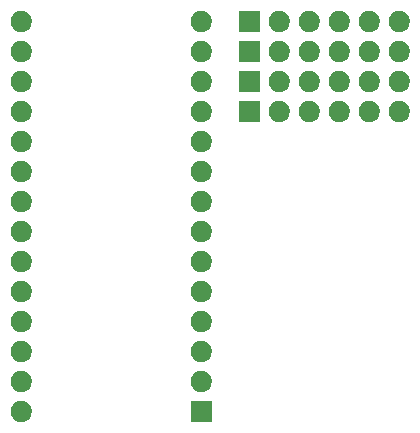
<source format=gbr>
G04 #@! TF.GenerationSoftware,KiCad,Pcbnew,(5.1.5-0-10_14)*
G04 #@! TF.CreationDate,2021-03-13T22:21:17+01:00*
G04 #@! TF.ProjectId,es_bridge,65735f62-7269-4646-9765-2e6b69636164,rev?*
G04 #@! TF.SameCoordinates,Original*
G04 #@! TF.FileFunction,Soldermask,Bot*
G04 #@! TF.FilePolarity,Negative*
%FSLAX46Y46*%
G04 Gerber Fmt 4.6, Leading zero omitted, Abs format (unit mm)*
G04 Created by KiCad (PCBNEW (5.1.5-0-10_14)) date 2021-03-13 22:21:17*
%MOMM*%
%LPD*%
G04 APERTURE LIST*
%ADD10C,0.100000*%
G04 APERTURE END LIST*
D10*
G36*
X150761000Y-105041000D02*
G01*
X148959000Y-105041000D01*
X148959000Y-103239000D01*
X150761000Y-103239000D01*
X150761000Y-105041000D01*
G37*
G36*
X134733512Y-103243927D02*
G01*
X134882812Y-103273624D01*
X135046784Y-103341544D01*
X135194354Y-103440147D01*
X135319853Y-103565646D01*
X135418456Y-103713216D01*
X135486376Y-103877188D01*
X135521000Y-104051259D01*
X135521000Y-104228741D01*
X135486376Y-104402812D01*
X135418456Y-104566784D01*
X135319853Y-104714354D01*
X135194354Y-104839853D01*
X135046784Y-104938456D01*
X134882812Y-105006376D01*
X134733512Y-105036073D01*
X134708742Y-105041000D01*
X134531258Y-105041000D01*
X134506488Y-105036073D01*
X134357188Y-105006376D01*
X134193216Y-104938456D01*
X134045646Y-104839853D01*
X133920147Y-104714354D01*
X133821544Y-104566784D01*
X133753624Y-104402812D01*
X133719000Y-104228741D01*
X133719000Y-104051259D01*
X133753624Y-103877188D01*
X133821544Y-103713216D01*
X133920147Y-103565646D01*
X134045646Y-103440147D01*
X134193216Y-103341544D01*
X134357188Y-103273624D01*
X134506488Y-103243927D01*
X134531258Y-103239000D01*
X134708742Y-103239000D01*
X134733512Y-103243927D01*
G37*
G36*
X134733512Y-100703927D02*
G01*
X134882812Y-100733624D01*
X135046784Y-100801544D01*
X135194354Y-100900147D01*
X135319853Y-101025646D01*
X135418456Y-101173216D01*
X135486376Y-101337188D01*
X135521000Y-101511259D01*
X135521000Y-101688741D01*
X135486376Y-101862812D01*
X135418456Y-102026784D01*
X135319853Y-102174354D01*
X135194354Y-102299853D01*
X135046784Y-102398456D01*
X134882812Y-102466376D01*
X134733512Y-102496073D01*
X134708742Y-102501000D01*
X134531258Y-102501000D01*
X134506488Y-102496073D01*
X134357188Y-102466376D01*
X134193216Y-102398456D01*
X134045646Y-102299853D01*
X133920147Y-102174354D01*
X133821544Y-102026784D01*
X133753624Y-101862812D01*
X133719000Y-101688741D01*
X133719000Y-101511259D01*
X133753624Y-101337188D01*
X133821544Y-101173216D01*
X133920147Y-101025646D01*
X134045646Y-100900147D01*
X134193216Y-100801544D01*
X134357188Y-100733624D01*
X134506488Y-100703927D01*
X134531258Y-100699000D01*
X134708742Y-100699000D01*
X134733512Y-100703927D01*
G37*
G36*
X149973512Y-100703927D02*
G01*
X150122812Y-100733624D01*
X150286784Y-100801544D01*
X150434354Y-100900147D01*
X150559853Y-101025646D01*
X150658456Y-101173216D01*
X150726376Y-101337188D01*
X150761000Y-101511259D01*
X150761000Y-101688741D01*
X150726376Y-101862812D01*
X150658456Y-102026784D01*
X150559853Y-102174354D01*
X150434354Y-102299853D01*
X150286784Y-102398456D01*
X150122812Y-102466376D01*
X149973512Y-102496073D01*
X149948742Y-102501000D01*
X149771258Y-102501000D01*
X149746488Y-102496073D01*
X149597188Y-102466376D01*
X149433216Y-102398456D01*
X149285646Y-102299853D01*
X149160147Y-102174354D01*
X149061544Y-102026784D01*
X148993624Y-101862812D01*
X148959000Y-101688741D01*
X148959000Y-101511259D01*
X148993624Y-101337188D01*
X149061544Y-101173216D01*
X149160147Y-101025646D01*
X149285646Y-100900147D01*
X149433216Y-100801544D01*
X149597188Y-100733624D01*
X149746488Y-100703927D01*
X149771258Y-100699000D01*
X149948742Y-100699000D01*
X149973512Y-100703927D01*
G37*
G36*
X149973512Y-98163927D02*
G01*
X150122812Y-98193624D01*
X150286784Y-98261544D01*
X150434354Y-98360147D01*
X150559853Y-98485646D01*
X150658456Y-98633216D01*
X150726376Y-98797188D01*
X150761000Y-98971259D01*
X150761000Y-99148741D01*
X150726376Y-99322812D01*
X150658456Y-99486784D01*
X150559853Y-99634354D01*
X150434354Y-99759853D01*
X150286784Y-99858456D01*
X150122812Y-99926376D01*
X149973512Y-99956073D01*
X149948742Y-99961000D01*
X149771258Y-99961000D01*
X149746488Y-99956073D01*
X149597188Y-99926376D01*
X149433216Y-99858456D01*
X149285646Y-99759853D01*
X149160147Y-99634354D01*
X149061544Y-99486784D01*
X148993624Y-99322812D01*
X148959000Y-99148741D01*
X148959000Y-98971259D01*
X148993624Y-98797188D01*
X149061544Y-98633216D01*
X149160147Y-98485646D01*
X149285646Y-98360147D01*
X149433216Y-98261544D01*
X149597188Y-98193624D01*
X149746488Y-98163927D01*
X149771258Y-98159000D01*
X149948742Y-98159000D01*
X149973512Y-98163927D01*
G37*
G36*
X134733512Y-98163927D02*
G01*
X134882812Y-98193624D01*
X135046784Y-98261544D01*
X135194354Y-98360147D01*
X135319853Y-98485646D01*
X135418456Y-98633216D01*
X135486376Y-98797188D01*
X135521000Y-98971259D01*
X135521000Y-99148741D01*
X135486376Y-99322812D01*
X135418456Y-99486784D01*
X135319853Y-99634354D01*
X135194354Y-99759853D01*
X135046784Y-99858456D01*
X134882812Y-99926376D01*
X134733512Y-99956073D01*
X134708742Y-99961000D01*
X134531258Y-99961000D01*
X134506488Y-99956073D01*
X134357188Y-99926376D01*
X134193216Y-99858456D01*
X134045646Y-99759853D01*
X133920147Y-99634354D01*
X133821544Y-99486784D01*
X133753624Y-99322812D01*
X133719000Y-99148741D01*
X133719000Y-98971259D01*
X133753624Y-98797188D01*
X133821544Y-98633216D01*
X133920147Y-98485646D01*
X134045646Y-98360147D01*
X134193216Y-98261544D01*
X134357188Y-98193624D01*
X134506488Y-98163927D01*
X134531258Y-98159000D01*
X134708742Y-98159000D01*
X134733512Y-98163927D01*
G37*
G36*
X134733512Y-95623927D02*
G01*
X134882812Y-95653624D01*
X135046784Y-95721544D01*
X135194354Y-95820147D01*
X135319853Y-95945646D01*
X135418456Y-96093216D01*
X135486376Y-96257188D01*
X135521000Y-96431259D01*
X135521000Y-96608741D01*
X135486376Y-96782812D01*
X135418456Y-96946784D01*
X135319853Y-97094354D01*
X135194354Y-97219853D01*
X135046784Y-97318456D01*
X134882812Y-97386376D01*
X134733512Y-97416073D01*
X134708742Y-97421000D01*
X134531258Y-97421000D01*
X134506488Y-97416073D01*
X134357188Y-97386376D01*
X134193216Y-97318456D01*
X134045646Y-97219853D01*
X133920147Y-97094354D01*
X133821544Y-96946784D01*
X133753624Y-96782812D01*
X133719000Y-96608741D01*
X133719000Y-96431259D01*
X133753624Y-96257188D01*
X133821544Y-96093216D01*
X133920147Y-95945646D01*
X134045646Y-95820147D01*
X134193216Y-95721544D01*
X134357188Y-95653624D01*
X134506488Y-95623927D01*
X134531258Y-95619000D01*
X134708742Y-95619000D01*
X134733512Y-95623927D01*
G37*
G36*
X149973512Y-95623927D02*
G01*
X150122812Y-95653624D01*
X150286784Y-95721544D01*
X150434354Y-95820147D01*
X150559853Y-95945646D01*
X150658456Y-96093216D01*
X150726376Y-96257188D01*
X150761000Y-96431259D01*
X150761000Y-96608741D01*
X150726376Y-96782812D01*
X150658456Y-96946784D01*
X150559853Y-97094354D01*
X150434354Y-97219853D01*
X150286784Y-97318456D01*
X150122812Y-97386376D01*
X149973512Y-97416073D01*
X149948742Y-97421000D01*
X149771258Y-97421000D01*
X149746488Y-97416073D01*
X149597188Y-97386376D01*
X149433216Y-97318456D01*
X149285646Y-97219853D01*
X149160147Y-97094354D01*
X149061544Y-96946784D01*
X148993624Y-96782812D01*
X148959000Y-96608741D01*
X148959000Y-96431259D01*
X148993624Y-96257188D01*
X149061544Y-96093216D01*
X149160147Y-95945646D01*
X149285646Y-95820147D01*
X149433216Y-95721544D01*
X149597188Y-95653624D01*
X149746488Y-95623927D01*
X149771258Y-95619000D01*
X149948742Y-95619000D01*
X149973512Y-95623927D01*
G37*
G36*
X134733512Y-93083927D02*
G01*
X134882812Y-93113624D01*
X135046784Y-93181544D01*
X135194354Y-93280147D01*
X135319853Y-93405646D01*
X135418456Y-93553216D01*
X135486376Y-93717188D01*
X135521000Y-93891259D01*
X135521000Y-94068741D01*
X135486376Y-94242812D01*
X135418456Y-94406784D01*
X135319853Y-94554354D01*
X135194354Y-94679853D01*
X135046784Y-94778456D01*
X134882812Y-94846376D01*
X134733512Y-94876073D01*
X134708742Y-94881000D01*
X134531258Y-94881000D01*
X134506488Y-94876073D01*
X134357188Y-94846376D01*
X134193216Y-94778456D01*
X134045646Y-94679853D01*
X133920147Y-94554354D01*
X133821544Y-94406784D01*
X133753624Y-94242812D01*
X133719000Y-94068741D01*
X133719000Y-93891259D01*
X133753624Y-93717188D01*
X133821544Y-93553216D01*
X133920147Y-93405646D01*
X134045646Y-93280147D01*
X134193216Y-93181544D01*
X134357188Y-93113624D01*
X134506488Y-93083927D01*
X134531258Y-93079000D01*
X134708742Y-93079000D01*
X134733512Y-93083927D01*
G37*
G36*
X149973512Y-93083927D02*
G01*
X150122812Y-93113624D01*
X150286784Y-93181544D01*
X150434354Y-93280147D01*
X150559853Y-93405646D01*
X150658456Y-93553216D01*
X150726376Y-93717188D01*
X150761000Y-93891259D01*
X150761000Y-94068741D01*
X150726376Y-94242812D01*
X150658456Y-94406784D01*
X150559853Y-94554354D01*
X150434354Y-94679853D01*
X150286784Y-94778456D01*
X150122812Y-94846376D01*
X149973512Y-94876073D01*
X149948742Y-94881000D01*
X149771258Y-94881000D01*
X149746488Y-94876073D01*
X149597188Y-94846376D01*
X149433216Y-94778456D01*
X149285646Y-94679853D01*
X149160147Y-94554354D01*
X149061544Y-94406784D01*
X148993624Y-94242812D01*
X148959000Y-94068741D01*
X148959000Y-93891259D01*
X148993624Y-93717188D01*
X149061544Y-93553216D01*
X149160147Y-93405646D01*
X149285646Y-93280147D01*
X149433216Y-93181544D01*
X149597188Y-93113624D01*
X149746488Y-93083927D01*
X149771258Y-93079000D01*
X149948742Y-93079000D01*
X149973512Y-93083927D01*
G37*
G36*
X149973512Y-90543927D02*
G01*
X150122812Y-90573624D01*
X150286784Y-90641544D01*
X150434354Y-90740147D01*
X150559853Y-90865646D01*
X150658456Y-91013216D01*
X150726376Y-91177188D01*
X150761000Y-91351259D01*
X150761000Y-91528741D01*
X150726376Y-91702812D01*
X150658456Y-91866784D01*
X150559853Y-92014354D01*
X150434354Y-92139853D01*
X150286784Y-92238456D01*
X150122812Y-92306376D01*
X149973512Y-92336073D01*
X149948742Y-92341000D01*
X149771258Y-92341000D01*
X149746488Y-92336073D01*
X149597188Y-92306376D01*
X149433216Y-92238456D01*
X149285646Y-92139853D01*
X149160147Y-92014354D01*
X149061544Y-91866784D01*
X148993624Y-91702812D01*
X148959000Y-91528741D01*
X148959000Y-91351259D01*
X148993624Y-91177188D01*
X149061544Y-91013216D01*
X149160147Y-90865646D01*
X149285646Y-90740147D01*
X149433216Y-90641544D01*
X149597188Y-90573624D01*
X149746488Y-90543927D01*
X149771258Y-90539000D01*
X149948742Y-90539000D01*
X149973512Y-90543927D01*
G37*
G36*
X134733512Y-90543927D02*
G01*
X134882812Y-90573624D01*
X135046784Y-90641544D01*
X135194354Y-90740147D01*
X135319853Y-90865646D01*
X135418456Y-91013216D01*
X135486376Y-91177188D01*
X135521000Y-91351259D01*
X135521000Y-91528741D01*
X135486376Y-91702812D01*
X135418456Y-91866784D01*
X135319853Y-92014354D01*
X135194354Y-92139853D01*
X135046784Y-92238456D01*
X134882812Y-92306376D01*
X134733512Y-92336073D01*
X134708742Y-92341000D01*
X134531258Y-92341000D01*
X134506488Y-92336073D01*
X134357188Y-92306376D01*
X134193216Y-92238456D01*
X134045646Y-92139853D01*
X133920147Y-92014354D01*
X133821544Y-91866784D01*
X133753624Y-91702812D01*
X133719000Y-91528741D01*
X133719000Y-91351259D01*
X133753624Y-91177188D01*
X133821544Y-91013216D01*
X133920147Y-90865646D01*
X134045646Y-90740147D01*
X134193216Y-90641544D01*
X134357188Y-90573624D01*
X134506488Y-90543927D01*
X134531258Y-90539000D01*
X134708742Y-90539000D01*
X134733512Y-90543927D01*
G37*
G36*
X134733512Y-88003927D02*
G01*
X134882812Y-88033624D01*
X135046784Y-88101544D01*
X135194354Y-88200147D01*
X135319853Y-88325646D01*
X135418456Y-88473216D01*
X135486376Y-88637188D01*
X135521000Y-88811259D01*
X135521000Y-88988741D01*
X135486376Y-89162812D01*
X135418456Y-89326784D01*
X135319853Y-89474354D01*
X135194354Y-89599853D01*
X135046784Y-89698456D01*
X134882812Y-89766376D01*
X134733512Y-89796073D01*
X134708742Y-89801000D01*
X134531258Y-89801000D01*
X134506488Y-89796073D01*
X134357188Y-89766376D01*
X134193216Y-89698456D01*
X134045646Y-89599853D01*
X133920147Y-89474354D01*
X133821544Y-89326784D01*
X133753624Y-89162812D01*
X133719000Y-88988741D01*
X133719000Y-88811259D01*
X133753624Y-88637188D01*
X133821544Y-88473216D01*
X133920147Y-88325646D01*
X134045646Y-88200147D01*
X134193216Y-88101544D01*
X134357188Y-88033624D01*
X134506488Y-88003927D01*
X134531258Y-87999000D01*
X134708742Y-87999000D01*
X134733512Y-88003927D01*
G37*
G36*
X149973512Y-88003927D02*
G01*
X150122812Y-88033624D01*
X150286784Y-88101544D01*
X150434354Y-88200147D01*
X150559853Y-88325646D01*
X150658456Y-88473216D01*
X150726376Y-88637188D01*
X150761000Y-88811259D01*
X150761000Y-88988741D01*
X150726376Y-89162812D01*
X150658456Y-89326784D01*
X150559853Y-89474354D01*
X150434354Y-89599853D01*
X150286784Y-89698456D01*
X150122812Y-89766376D01*
X149973512Y-89796073D01*
X149948742Y-89801000D01*
X149771258Y-89801000D01*
X149746488Y-89796073D01*
X149597188Y-89766376D01*
X149433216Y-89698456D01*
X149285646Y-89599853D01*
X149160147Y-89474354D01*
X149061544Y-89326784D01*
X148993624Y-89162812D01*
X148959000Y-88988741D01*
X148959000Y-88811259D01*
X148993624Y-88637188D01*
X149061544Y-88473216D01*
X149160147Y-88325646D01*
X149285646Y-88200147D01*
X149433216Y-88101544D01*
X149597188Y-88033624D01*
X149746488Y-88003927D01*
X149771258Y-87999000D01*
X149948742Y-87999000D01*
X149973512Y-88003927D01*
G37*
G36*
X134733512Y-85463927D02*
G01*
X134882812Y-85493624D01*
X135046784Y-85561544D01*
X135194354Y-85660147D01*
X135319853Y-85785646D01*
X135418456Y-85933216D01*
X135486376Y-86097188D01*
X135521000Y-86271259D01*
X135521000Y-86448741D01*
X135486376Y-86622812D01*
X135418456Y-86786784D01*
X135319853Y-86934354D01*
X135194354Y-87059853D01*
X135046784Y-87158456D01*
X134882812Y-87226376D01*
X134733512Y-87256073D01*
X134708742Y-87261000D01*
X134531258Y-87261000D01*
X134506488Y-87256073D01*
X134357188Y-87226376D01*
X134193216Y-87158456D01*
X134045646Y-87059853D01*
X133920147Y-86934354D01*
X133821544Y-86786784D01*
X133753624Y-86622812D01*
X133719000Y-86448741D01*
X133719000Y-86271259D01*
X133753624Y-86097188D01*
X133821544Y-85933216D01*
X133920147Y-85785646D01*
X134045646Y-85660147D01*
X134193216Y-85561544D01*
X134357188Y-85493624D01*
X134506488Y-85463927D01*
X134531258Y-85459000D01*
X134708742Y-85459000D01*
X134733512Y-85463927D01*
G37*
G36*
X149973512Y-85463927D02*
G01*
X150122812Y-85493624D01*
X150286784Y-85561544D01*
X150434354Y-85660147D01*
X150559853Y-85785646D01*
X150658456Y-85933216D01*
X150726376Y-86097188D01*
X150761000Y-86271259D01*
X150761000Y-86448741D01*
X150726376Y-86622812D01*
X150658456Y-86786784D01*
X150559853Y-86934354D01*
X150434354Y-87059853D01*
X150286784Y-87158456D01*
X150122812Y-87226376D01*
X149973512Y-87256073D01*
X149948742Y-87261000D01*
X149771258Y-87261000D01*
X149746488Y-87256073D01*
X149597188Y-87226376D01*
X149433216Y-87158456D01*
X149285646Y-87059853D01*
X149160147Y-86934354D01*
X149061544Y-86786784D01*
X148993624Y-86622812D01*
X148959000Y-86448741D01*
X148959000Y-86271259D01*
X148993624Y-86097188D01*
X149061544Y-85933216D01*
X149160147Y-85785646D01*
X149285646Y-85660147D01*
X149433216Y-85561544D01*
X149597188Y-85493624D01*
X149746488Y-85463927D01*
X149771258Y-85459000D01*
X149948742Y-85459000D01*
X149973512Y-85463927D01*
G37*
G36*
X134733512Y-82923927D02*
G01*
X134882812Y-82953624D01*
X135046784Y-83021544D01*
X135194354Y-83120147D01*
X135319853Y-83245646D01*
X135418456Y-83393216D01*
X135486376Y-83557188D01*
X135521000Y-83731259D01*
X135521000Y-83908741D01*
X135486376Y-84082812D01*
X135418456Y-84246784D01*
X135319853Y-84394354D01*
X135194354Y-84519853D01*
X135046784Y-84618456D01*
X134882812Y-84686376D01*
X134733512Y-84716073D01*
X134708742Y-84721000D01*
X134531258Y-84721000D01*
X134506488Y-84716073D01*
X134357188Y-84686376D01*
X134193216Y-84618456D01*
X134045646Y-84519853D01*
X133920147Y-84394354D01*
X133821544Y-84246784D01*
X133753624Y-84082812D01*
X133719000Y-83908741D01*
X133719000Y-83731259D01*
X133753624Y-83557188D01*
X133821544Y-83393216D01*
X133920147Y-83245646D01*
X134045646Y-83120147D01*
X134193216Y-83021544D01*
X134357188Y-82953624D01*
X134506488Y-82923927D01*
X134531258Y-82919000D01*
X134708742Y-82919000D01*
X134733512Y-82923927D01*
G37*
G36*
X149973512Y-82923927D02*
G01*
X150122812Y-82953624D01*
X150286784Y-83021544D01*
X150434354Y-83120147D01*
X150559853Y-83245646D01*
X150658456Y-83393216D01*
X150726376Y-83557188D01*
X150761000Y-83731259D01*
X150761000Y-83908741D01*
X150726376Y-84082812D01*
X150658456Y-84246784D01*
X150559853Y-84394354D01*
X150434354Y-84519853D01*
X150286784Y-84618456D01*
X150122812Y-84686376D01*
X149973512Y-84716073D01*
X149948742Y-84721000D01*
X149771258Y-84721000D01*
X149746488Y-84716073D01*
X149597188Y-84686376D01*
X149433216Y-84618456D01*
X149285646Y-84519853D01*
X149160147Y-84394354D01*
X149061544Y-84246784D01*
X148993624Y-84082812D01*
X148959000Y-83908741D01*
X148959000Y-83731259D01*
X148993624Y-83557188D01*
X149061544Y-83393216D01*
X149160147Y-83245646D01*
X149285646Y-83120147D01*
X149433216Y-83021544D01*
X149597188Y-82953624D01*
X149746488Y-82923927D01*
X149771258Y-82919000D01*
X149948742Y-82919000D01*
X149973512Y-82923927D01*
G37*
G36*
X149973512Y-80383927D02*
G01*
X150122812Y-80413624D01*
X150286784Y-80481544D01*
X150434354Y-80580147D01*
X150559853Y-80705646D01*
X150658456Y-80853216D01*
X150726376Y-81017188D01*
X150761000Y-81191259D01*
X150761000Y-81368741D01*
X150726376Y-81542812D01*
X150658456Y-81706784D01*
X150559853Y-81854354D01*
X150434354Y-81979853D01*
X150286784Y-82078456D01*
X150122812Y-82146376D01*
X149973512Y-82176073D01*
X149948742Y-82181000D01*
X149771258Y-82181000D01*
X149746488Y-82176073D01*
X149597188Y-82146376D01*
X149433216Y-82078456D01*
X149285646Y-81979853D01*
X149160147Y-81854354D01*
X149061544Y-81706784D01*
X148993624Y-81542812D01*
X148959000Y-81368741D01*
X148959000Y-81191259D01*
X148993624Y-81017188D01*
X149061544Y-80853216D01*
X149160147Y-80705646D01*
X149285646Y-80580147D01*
X149433216Y-80481544D01*
X149597188Y-80413624D01*
X149746488Y-80383927D01*
X149771258Y-80379000D01*
X149948742Y-80379000D01*
X149973512Y-80383927D01*
G37*
G36*
X134733512Y-80383927D02*
G01*
X134882812Y-80413624D01*
X135046784Y-80481544D01*
X135194354Y-80580147D01*
X135319853Y-80705646D01*
X135418456Y-80853216D01*
X135486376Y-81017188D01*
X135521000Y-81191259D01*
X135521000Y-81368741D01*
X135486376Y-81542812D01*
X135418456Y-81706784D01*
X135319853Y-81854354D01*
X135194354Y-81979853D01*
X135046784Y-82078456D01*
X134882812Y-82146376D01*
X134733512Y-82176073D01*
X134708742Y-82181000D01*
X134531258Y-82181000D01*
X134506488Y-82176073D01*
X134357188Y-82146376D01*
X134193216Y-82078456D01*
X134045646Y-81979853D01*
X133920147Y-81854354D01*
X133821544Y-81706784D01*
X133753624Y-81542812D01*
X133719000Y-81368741D01*
X133719000Y-81191259D01*
X133753624Y-81017188D01*
X133821544Y-80853216D01*
X133920147Y-80705646D01*
X134045646Y-80580147D01*
X134193216Y-80481544D01*
X134357188Y-80413624D01*
X134506488Y-80383927D01*
X134531258Y-80379000D01*
X134708742Y-80379000D01*
X134733512Y-80383927D01*
G37*
G36*
X161657512Y-77843927D02*
G01*
X161806812Y-77873624D01*
X161970784Y-77941544D01*
X162118354Y-78040147D01*
X162243853Y-78165646D01*
X162342456Y-78313216D01*
X162410376Y-78477188D01*
X162445000Y-78651259D01*
X162445000Y-78828741D01*
X162410376Y-79002812D01*
X162342456Y-79166784D01*
X162243853Y-79314354D01*
X162118354Y-79439853D01*
X161970784Y-79538456D01*
X161806812Y-79606376D01*
X161657512Y-79636073D01*
X161632742Y-79641000D01*
X161455258Y-79641000D01*
X161430488Y-79636073D01*
X161281188Y-79606376D01*
X161117216Y-79538456D01*
X160969646Y-79439853D01*
X160844147Y-79314354D01*
X160745544Y-79166784D01*
X160677624Y-79002812D01*
X160643000Y-78828741D01*
X160643000Y-78651259D01*
X160677624Y-78477188D01*
X160745544Y-78313216D01*
X160844147Y-78165646D01*
X160969646Y-78040147D01*
X161117216Y-77941544D01*
X161281188Y-77873624D01*
X161430488Y-77843927D01*
X161455258Y-77839000D01*
X161632742Y-77839000D01*
X161657512Y-77843927D01*
G37*
G36*
X166737512Y-77843927D02*
G01*
X166886812Y-77873624D01*
X167050784Y-77941544D01*
X167198354Y-78040147D01*
X167323853Y-78165646D01*
X167422456Y-78313216D01*
X167490376Y-78477188D01*
X167525000Y-78651259D01*
X167525000Y-78828741D01*
X167490376Y-79002812D01*
X167422456Y-79166784D01*
X167323853Y-79314354D01*
X167198354Y-79439853D01*
X167050784Y-79538456D01*
X166886812Y-79606376D01*
X166737512Y-79636073D01*
X166712742Y-79641000D01*
X166535258Y-79641000D01*
X166510488Y-79636073D01*
X166361188Y-79606376D01*
X166197216Y-79538456D01*
X166049646Y-79439853D01*
X165924147Y-79314354D01*
X165825544Y-79166784D01*
X165757624Y-79002812D01*
X165723000Y-78828741D01*
X165723000Y-78651259D01*
X165757624Y-78477188D01*
X165825544Y-78313216D01*
X165924147Y-78165646D01*
X166049646Y-78040147D01*
X166197216Y-77941544D01*
X166361188Y-77873624D01*
X166510488Y-77843927D01*
X166535258Y-77839000D01*
X166712742Y-77839000D01*
X166737512Y-77843927D01*
G37*
G36*
X164197512Y-77843927D02*
G01*
X164346812Y-77873624D01*
X164510784Y-77941544D01*
X164658354Y-78040147D01*
X164783853Y-78165646D01*
X164882456Y-78313216D01*
X164950376Y-78477188D01*
X164985000Y-78651259D01*
X164985000Y-78828741D01*
X164950376Y-79002812D01*
X164882456Y-79166784D01*
X164783853Y-79314354D01*
X164658354Y-79439853D01*
X164510784Y-79538456D01*
X164346812Y-79606376D01*
X164197512Y-79636073D01*
X164172742Y-79641000D01*
X163995258Y-79641000D01*
X163970488Y-79636073D01*
X163821188Y-79606376D01*
X163657216Y-79538456D01*
X163509646Y-79439853D01*
X163384147Y-79314354D01*
X163285544Y-79166784D01*
X163217624Y-79002812D01*
X163183000Y-78828741D01*
X163183000Y-78651259D01*
X163217624Y-78477188D01*
X163285544Y-78313216D01*
X163384147Y-78165646D01*
X163509646Y-78040147D01*
X163657216Y-77941544D01*
X163821188Y-77873624D01*
X163970488Y-77843927D01*
X163995258Y-77839000D01*
X164172742Y-77839000D01*
X164197512Y-77843927D01*
G37*
G36*
X159117512Y-77843927D02*
G01*
X159266812Y-77873624D01*
X159430784Y-77941544D01*
X159578354Y-78040147D01*
X159703853Y-78165646D01*
X159802456Y-78313216D01*
X159870376Y-78477188D01*
X159905000Y-78651259D01*
X159905000Y-78828741D01*
X159870376Y-79002812D01*
X159802456Y-79166784D01*
X159703853Y-79314354D01*
X159578354Y-79439853D01*
X159430784Y-79538456D01*
X159266812Y-79606376D01*
X159117512Y-79636073D01*
X159092742Y-79641000D01*
X158915258Y-79641000D01*
X158890488Y-79636073D01*
X158741188Y-79606376D01*
X158577216Y-79538456D01*
X158429646Y-79439853D01*
X158304147Y-79314354D01*
X158205544Y-79166784D01*
X158137624Y-79002812D01*
X158103000Y-78828741D01*
X158103000Y-78651259D01*
X158137624Y-78477188D01*
X158205544Y-78313216D01*
X158304147Y-78165646D01*
X158429646Y-78040147D01*
X158577216Y-77941544D01*
X158741188Y-77873624D01*
X158890488Y-77843927D01*
X158915258Y-77839000D01*
X159092742Y-77839000D01*
X159117512Y-77843927D01*
G37*
G36*
X156577512Y-77843927D02*
G01*
X156726812Y-77873624D01*
X156890784Y-77941544D01*
X157038354Y-78040147D01*
X157163853Y-78165646D01*
X157262456Y-78313216D01*
X157330376Y-78477188D01*
X157365000Y-78651259D01*
X157365000Y-78828741D01*
X157330376Y-79002812D01*
X157262456Y-79166784D01*
X157163853Y-79314354D01*
X157038354Y-79439853D01*
X156890784Y-79538456D01*
X156726812Y-79606376D01*
X156577512Y-79636073D01*
X156552742Y-79641000D01*
X156375258Y-79641000D01*
X156350488Y-79636073D01*
X156201188Y-79606376D01*
X156037216Y-79538456D01*
X155889646Y-79439853D01*
X155764147Y-79314354D01*
X155665544Y-79166784D01*
X155597624Y-79002812D01*
X155563000Y-78828741D01*
X155563000Y-78651259D01*
X155597624Y-78477188D01*
X155665544Y-78313216D01*
X155764147Y-78165646D01*
X155889646Y-78040147D01*
X156037216Y-77941544D01*
X156201188Y-77873624D01*
X156350488Y-77843927D01*
X156375258Y-77839000D01*
X156552742Y-77839000D01*
X156577512Y-77843927D01*
G37*
G36*
X154825000Y-79641000D02*
G01*
X153023000Y-79641000D01*
X153023000Y-77839000D01*
X154825000Y-77839000D01*
X154825000Y-79641000D01*
G37*
G36*
X149973512Y-77843927D02*
G01*
X150122812Y-77873624D01*
X150286784Y-77941544D01*
X150434354Y-78040147D01*
X150559853Y-78165646D01*
X150658456Y-78313216D01*
X150726376Y-78477188D01*
X150761000Y-78651259D01*
X150761000Y-78828741D01*
X150726376Y-79002812D01*
X150658456Y-79166784D01*
X150559853Y-79314354D01*
X150434354Y-79439853D01*
X150286784Y-79538456D01*
X150122812Y-79606376D01*
X149973512Y-79636073D01*
X149948742Y-79641000D01*
X149771258Y-79641000D01*
X149746488Y-79636073D01*
X149597188Y-79606376D01*
X149433216Y-79538456D01*
X149285646Y-79439853D01*
X149160147Y-79314354D01*
X149061544Y-79166784D01*
X148993624Y-79002812D01*
X148959000Y-78828741D01*
X148959000Y-78651259D01*
X148993624Y-78477188D01*
X149061544Y-78313216D01*
X149160147Y-78165646D01*
X149285646Y-78040147D01*
X149433216Y-77941544D01*
X149597188Y-77873624D01*
X149746488Y-77843927D01*
X149771258Y-77839000D01*
X149948742Y-77839000D01*
X149973512Y-77843927D01*
G37*
G36*
X134733512Y-77843927D02*
G01*
X134882812Y-77873624D01*
X135046784Y-77941544D01*
X135194354Y-78040147D01*
X135319853Y-78165646D01*
X135418456Y-78313216D01*
X135486376Y-78477188D01*
X135521000Y-78651259D01*
X135521000Y-78828741D01*
X135486376Y-79002812D01*
X135418456Y-79166784D01*
X135319853Y-79314354D01*
X135194354Y-79439853D01*
X135046784Y-79538456D01*
X134882812Y-79606376D01*
X134733512Y-79636073D01*
X134708742Y-79641000D01*
X134531258Y-79641000D01*
X134506488Y-79636073D01*
X134357188Y-79606376D01*
X134193216Y-79538456D01*
X134045646Y-79439853D01*
X133920147Y-79314354D01*
X133821544Y-79166784D01*
X133753624Y-79002812D01*
X133719000Y-78828741D01*
X133719000Y-78651259D01*
X133753624Y-78477188D01*
X133821544Y-78313216D01*
X133920147Y-78165646D01*
X134045646Y-78040147D01*
X134193216Y-77941544D01*
X134357188Y-77873624D01*
X134506488Y-77843927D01*
X134531258Y-77839000D01*
X134708742Y-77839000D01*
X134733512Y-77843927D01*
G37*
G36*
X149973512Y-75303927D02*
G01*
X150122812Y-75333624D01*
X150286784Y-75401544D01*
X150434354Y-75500147D01*
X150559853Y-75625646D01*
X150658456Y-75773216D01*
X150726376Y-75937188D01*
X150761000Y-76111259D01*
X150761000Y-76288741D01*
X150726376Y-76462812D01*
X150658456Y-76626784D01*
X150559853Y-76774354D01*
X150434354Y-76899853D01*
X150286784Y-76998456D01*
X150122812Y-77066376D01*
X149973512Y-77096073D01*
X149948742Y-77101000D01*
X149771258Y-77101000D01*
X149746488Y-77096073D01*
X149597188Y-77066376D01*
X149433216Y-76998456D01*
X149285646Y-76899853D01*
X149160147Y-76774354D01*
X149061544Y-76626784D01*
X148993624Y-76462812D01*
X148959000Y-76288741D01*
X148959000Y-76111259D01*
X148993624Y-75937188D01*
X149061544Y-75773216D01*
X149160147Y-75625646D01*
X149285646Y-75500147D01*
X149433216Y-75401544D01*
X149597188Y-75333624D01*
X149746488Y-75303927D01*
X149771258Y-75299000D01*
X149948742Y-75299000D01*
X149973512Y-75303927D01*
G37*
G36*
X134733512Y-75303927D02*
G01*
X134882812Y-75333624D01*
X135046784Y-75401544D01*
X135194354Y-75500147D01*
X135319853Y-75625646D01*
X135418456Y-75773216D01*
X135486376Y-75937188D01*
X135521000Y-76111259D01*
X135521000Y-76288741D01*
X135486376Y-76462812D01*
X135418456Y-76626784D01*
X135319853Y-76774354D01*
X135194354Y-76899853D01*
X135046784Y-76998456D01*
X134882812Y-77066376D01*
X134733512Y-77096073D01*
X134708742Y-77101000D01*
X134531258Y-77101000D01*
X134506488Y-77096073D01*
X134357188Y-77066376D01*
X134193216Y-76998456D01*
X134045646Y-76899853D01*
X133920147Y-76774354D01*
X133821544Y-76626784D01*
X133753624Y-76462812D01*
X133719000Y-76288741D01*
X133719000Y-76111259D01*
X133753624Y-75937188D01*
X133821544Y-75773216D01*
X133920147Y-75625646D01*
X134045646Y-75500147D01*
X134193216Y-75401544D01*
X134357188Y-75333624D01*
X134506488Y-75303927D01*
X134531258Y-75299000D01*
X134708742Y-75299000D01*
X134733512Y-75303927D01*
G37*
G36*
X166737512Y-75303927D02*
G01*
X166886812Y-75333624D01*
X167050784Y-75401544D01*
X167198354Y-75500147D01*
X167323853Y-75625646D01*
X167422456Y-75773216D01*
X167490376Y-75937188D01*
X167525000Y-76111259D01*
X167525000Y-76288741D01*
X167490376Y-76462812D01*
X167422456Y-76626784D01*
X167323853Y-76774354D01*
X167198354Y-76899853D01*
X167050784Y-76998456D01*
X166886812Y-77066376D01*
X166737512Y-77096073D01*
X166712742Y-77101000D01*
X166535258Y-77101000D01*
X166510488Y-77096073D01*
X166361188Y-77066376D01*
X166197216Y-76998456D01*
X166049646Y-76899853D01*
X165924147Y-76774354D01*
X165825544Y-76626784D01*
X165757624Y-76462812D01*
X165723000Y-76288741D01*
X165723000Y-76111259D01*
X165757624Y-75937188D01*
X165825544Y-75773216D01*
X165924147Y-75625646D01*
X166049646Y-75500147D01*
X166197216Y-75401544D01*
X166361188Y-75333624D01*
X166510488Y-75303927D01*
X166535258Y-75299000D01*
X166712742Y-75299000D01*
X166737512Y-75303927D01*
G37*
G36*
X164197512Y-75303927D02*
G01*
X164346812Y-75333624D01*
X164510784Y-75401544D01*
X164658354Y-75500147D01*
X164783853Y-75625646D01*
X164882456Y-75773216D01*
X164950376Y-75937188D01*
X164985000Y-76111259D01*
X164985000Y-76288741D01*
X164950376Y-76462812D01*
X164882456Y-76626784D01*
X164783853Y-76774354D01*
X164658354Y-76899853D01*
X164510784Y-76998456D01*
X164346812Y-77066376D01*
X164197512Y-77096073D01*
X164172742Y-77101000D01*
X163995258Y-77101000D01*
X163970488Y-77096073D01*
X163821188Y-77066376D01*
X163657216Y-76998456D01*
X163509646Y-76899853D01*
X163384147Y-76774354D01*
X163285544Y-76626784D01*
X163217624Y-76462812D01*
X163183000Y-76288741D01*
X163183000Y-76111259D01*
X163217624Y-75937188D01*
X163285544Y-75773216D01*
X163384147Y-75625646D01*
X163509646Y-75500147D01*
X163657216Y-75401544D01*
X163821188Y-75333624D01*
X163970488Y-75303927D01*
X163995258Y-75299000D01*
X164172742Y-75299000D01*
X164197512Y-75303927D01*
G37*
G36*
X161657512Y-75303927D02*
G01*
X161806812Y-75333624D01*
X161970784Y-75401544D01*
X162118354Y-75500147D01*
X162243853Y-75625646D01*
X162342456Y-75773216D01*
X162410376Y-75937188D01*
X162445000Y-76111259D01*
X162445000Y-76288741D01*
X162410376Y-76462812D01*
X162342456Y-76626784D01*
X162243853Y-76774354D01*
X162118354Y-76899853D01*
X161970784Y-76998456D01*
X161806812Y-77066376D01*
X161657512Y-77096073D01*
X161632742Y-77101000D01*
X161455258Y-77101000D01*
X161430488Y-77096073D01*
X161281188Y-77066376D01*
X161117216Y-76998456D01*
X160969646Y-76899853D01*
X160844147Y-76774354D01*
X160745544Y-76626784D01*
X160677624Y-76462812D01*
X160643000Y-76288741D01*
X160643000Y-76111259D01*
X160677624Y-75937188D01*
X160745544Y-75773216D01*
X160844147Y-75625646D01*
X160969646Y-75500147D01*
X161117216Y-75401544D01*
X161281188Y-75333624D01*
X161430488Y-75303927D01*
X161455258Y-75299000D01*
X161632742Y-75299000D01*
X161657512Y-75303927D01*
G37*
G36*
X159117512Y-75303927D02*
G01*
X159266812Y-75333624D01*
X159430784Y-75401544D01*
X159578354Y-75500147D01*
X159703853Y-75625646D01*
X159802456Y-75773216D01*
X159870376Y-75937188D01*
X159905000Y-76111259D01*
X159905000Y-76288741D01*
X159870376Y-76462812D01*
X159802456Y-76626784D01*
X159703853Y-76774354D01*
X159578354Y-76899853D01*
X159430784Y-76998456D01*
X159266812Y-77066376D01*
X159117512Y-77096073D01*
X159092742Y-77101000D01*
X158915258Y-77101000D01*
X158890488Y-77096073D01*
X158741188Y-77066376D01*
X158577216Y-76998456D01*
X158429646Y-76899853D01*
X158304147Y-76774354D01*
X158205544Y-76626784D01*
X158137624Y-76462812D01*
X158103000Y-76288741D01*
X158103000Y-76111259D01*
X158137624Y-75937188D01*
X158205544Y-75773216D01*
X158304147Y-75625646D01*
X158429646Y-75500147D01*
X158577216Y-75401544D01*
X158741188Y-75333624D01*
X158890488Y-75303927D01*
X158915258Y-75299000D01*
X159092742Y-75299000D01*
X159117512Y-75303927D01*
G37*
G36*
X156577512Y-75303927D02*
G01*
X156726812Y-75333624D01*
X156890784Y-75401544D01*
X157038354Y-75500147D01*
X157163853Y-75625646D01*
X157262456Y-75773216D01*
X157330376Y-75937188D01*
X157365000Y-76111259D01*
X157365000Y-76288741D01*
X157330376Y-76462812D01*
X157262456Y-76626784D01*
X157163853Y-76774354D01*
X157038354Y-76899853D01*
X156890784Y-76998456D01*
X156726812Y-77066376D01*
X156577512Y-77096073D01*
X156552742Y-77101000D01*
X156375258Y-77101000D01*
X156350488Y-77096073D01*
X156201188Y-77066376D01*
X156037216Y-76998456D01*
X155889646Y-76899853D01*
X155764147Y-76774354D01*
X155665544Y-76626784D01*
X155597624Y-76462812D01*
X155563000Y-76288741D01*
X155563000Y-76111259D01*
X155597624Y-75937188D01*
X155665544Y-75773216D01*
X155764147Y-75625646D01*
X155889646Y-75500147D01*
X156037216Y-75401544D01*
X156201188Y-75333624D01*
X156350488Y-75303927D01*
X156375258Y-75299000D01*
X156552742Y-75299000D01*
X156577512Y-75303927D01*
G37*
G36*
X154825000Y-77101000D02*
G01*
X153023000Y-77101000D01*
X153023000Y-75299000D01*
X154825000Y-75299000D01*
X154825000Y-77101000D01*
G37*
G36*
X154825000Y-74561000D02*
G01*
X153023000Y-74561000D01*
X153023000Y-72759000D01*
X154825000Y-72759000D01*
X154825000Y-74561000D01*
G37*
G36*
X149973512Y-72763927D02*
G01*
X150122812Y-72793624D01*
X150286784Y-72861544D01*
X150434354Y-72960147D01*
X150559853Y-73085646D01*
X150658456Y-73233216D01*
X150726376Y-73397188D01*
X150761000Y-73571259D01*
X150761000Y-73748741D01*
X150726376Y-73922812D01*
X150658456Y-74086784D01*
X150559853Y-74234354D01*
X150434354Y-74359853D01*
X150286784Y-74458456D01*
X150122812Y-74526376D01*
X149973512Y-74556073D01*
X149948742Y-74561000D01*
X149771258Y-74561000D01*
X149746488Y-74556073D01*
X149597188Y-74526376D01*
X149433216Y-74458456D01*
X149285646Y-74359853D01*
X149160147Y-74234354D01*
X149061544Y-74086784D01*
X148993624Y-73922812D01*
X148959000Y-73748741D01*
X148959000Y-73571259D01*
X148993624Y-73397188D01*
X149061544Y-73233216D01*
X149160147Y-73085646D01*
X149285646Y-72960147D01*
X149433216Y-72861544D01*
X149597188Y-72793624D01*
X149746488Y-72763927D01*
X149771258Y-72759000D01*
X149948742Y-72759000D01*
X149973512Y-72763927D01*
G37*
G36*
X134733512Y-72763927D02*
G01*
X134882812Y-72793624D01*
X135046784Y-72861544D01*
X135194354Y-72960147D01*
X135319853Y-73085646D01*
X135418456Y-73233216D01*
X135486376Y-73397188D01*
X135521000Y-73571259D01*
X135521000Y-73748741D01*
X135486376Y-73922812D01*
X135418456Y-74086784D01*
X135319853Y-74234354D01*
X135194354Y-74359853D01*
X135046784Y-74458456D01*
X134882812Y-74526376D01*
X134733512Y-74556073D01*
X134708742Y-74561000D01*
X134531258Y-74561000D01*
X134506488Y-74556073D01*
X134357188Y-74526376D01*
X134193216Y-74458456D01*
X134045646Y-74359853D01*
X133920147Y-74234354D01*
X133821544Y-74086784D01*
X133753624Y-73922812D01*
X133719000Y-73748741D01*
X133719000Y-73571259D01*
X133753624Y-73397188D01*
X133821544Y-73233216D01*
X133920147Y-73085646D01*
X134045646Y-72960147D01*
X134193216Y-72861544D01*
X134357188Y-72793624D01*
X134506488Y-72763927D01*
X134531258Y-72759000D01*
X134708742Y-72759000D01*
X134733512Y-72763927D01*
G37*
G36*
X161657512Y-72763927D02*
G01*
X161806812Y-72793624D01*
X161970784Y-72861544D01*
X162118354Y-72960147D01*
X162243853Y-73085646D01*
X162342456Y-73233216D01*
X162410376Y-73397188D01*
X162445000Y-73571259D01*
X162445000Y-73748741D01*
X162410376Y-73922812D01*
X162342456Y-74086784D01*
X162243853Y-74234354D01*
X162118354Y-74359853D01*
X161970784Y-74458456D01*
X161806812Y-74526376D01*
X161657512Y-74556073D01*
X161632742Y-74561000D01*
X161455258Y-74561000D01*
X161430488Y-74556073D01*
X161281188Y-74526376D01*
X161117216Y-74458456D01*
X160969646Y-74359853D01*
X160844147Y-74234354D01*
X160745544Y-74086784D01*
X160677624Y-73922812D01*
X160643000Y-73748741D01*
X160643000Y-73571259D01*
X160677624Y-73397188D01*
X160745544Y-73233216D01*
X160844147Y-73085646D01*
X160969646Y-72960147D01*
X161117216Y-72861544D01*
X161281188Y-72793624D01*
X161430488Y-72763927D01*
X161455258Y-72759000D01*
X161632742Y-72759000D01*
X161657512Y-72763927D01*
G37*
G36*
X164197512Y-72763927D02*
G01*
X164346812Y-72793624D01*
X164510784Y-72861544D01*
X164658354Y-72960147D01*
X164783853Y-73085646D01*
X164882456Y-73233216D01*
X164950376Y-73397188D01*
X164985000Y-73571259D01*
X164985000Y-73748741D01*
X164950376Y-73922812D01*
X164882456Y-74086784D01*
X164783853Y-74234354D01*
X164658354Y-74359853D01*
X164510784Y-74458456D01*
X164346812Y-74526376D01*
X164197512Y-74556073D01*
X164172742Y-74561000D01*
X163995258Y-74561000D01*
X163970488Y-74556073D01*
X163821188Y-74526376D01*
X163657216Y-74458456D01*
X163509646Y-74359853D01*
X163384147Y-74234354D01*
X163285544Y-74086784D01*
X163217624Y-73922812D01*
X163183000Y-73748741D01*
X163183000Y-73571259D01*
X163217624Y-73397188D01*
X163285544Y-73233216D01*
X163384147Y-73085646D01*
X163509646Y-72960147D01*
X163657216Y-72861544D01*
X163821188Y-72793624D01*
X163970488Y-72763927D01*
X163995258Y-72759000D01*
X164172742Y-72759000D01*
X164197512Y-72763927D01*
G37*
G36*
X166737512Y-72763927D02*
G01*
X166886812Y-72793624D01*
X167050784Y-72861544D01*
X167198354Y-72960147D01*
X167323853Y-73085646D01*
X167422456Y-73233216D01*
X167490376Y-73397188D01*
X167525000Y-73571259D01*
X167525000Y-73748741D01*
X167490376Y-73922812D01*
X167422456Y-74086784D01*
X167323853Y-74234354D01*
X167198354Y-74359853D01*
X167050784Y-74458456D01*
X166886812Y-74526376D01*
X166737512Y-74556073D01*
X166712742Y-74561000D01*
X166535258Y-74561000D01*
X166510488Y-74556073D01*
X166361188Y-74526376D01*
X166197216Y-74458456D01*
X166049646Y-74359853D01*
X165924147Y-74234354D01*
X165825544Y-74086784D01*
X165757624Y-73922812D01*
X165723000Y-73748741D01*
X165723000Y-73571259D01*
X165757624Y-73397188D01*
X165825544Y-73233216D01*
X165924147Y-73085646D01*
X166049646Y-72960147D01*
X166197216Y-72861544D01*
X166361188Y-72793624D01*
X166510488Y-72763927D01*
X166535258Y-72759000D01*
X166712742Y-72759000D01*
X166737512Y-72763927D01*
G37*
G36*
X159117512Y-72763927D02*
G01*
X159266812Y-72793624D01*
X159430784Y-72861544D01*
X159578354Y-72960147D01*
X159703853Y-73085646D01*
X159802456Y-73233216D01*
X159870376Y-73397188D01*
X159905000Y-73571259D01*
X159905000Y-73748741D01*
X159870376Y-73922812D01*
X159802456Y-74086784D01*
X159703853Y-74234354D01*
X159578354Y-74359853D01*
X159430784Y-74458456D01*
X159266812Y-74526376D01*
X159117512Y-74556073D01*
X159092742Y-74561000D01*
X158915258Y-74561000D01*
X158890488Y-74556073D01*
X158741188Y-74526376D01*
X158577216Y-74458456D01*
X158429646Y-74359853D01*
X158304147Y-74234354D01*
X158205544Y-74086784D01*
X158137624Y-73922812D01*
X158103000Y-73748741D01*
X158103000Y-73571259D01*
X158137624Y-73397188D01*
X158205544Y-73233216D01*
X158304147Y-73085646D01*
X158429646Y-72960147D01*
X158577216Y-72861544D01*
X158741188Y-72793624D01*
X158890488Y-72763927D01*
X158915258Y-72759000D01*
X159092742Y-72759000D01*
X159117512Y-72763927D01*
G37*
G36*
X156577512Y-72763927D02*
G01*
X156726812Y-72793624D01*
X156890784Y-72861544D01*
X157038354Y-72960147D01*
X157163853Y-73085646D01*
X157262456Y-73233216D01*
X157330376Y-73397188D01*
X157365000Y-73571259D01*
X157365000Y-73748741D01*
X157330376Y-73922812D01*
X157262456Y-74086784D01*
X157163853Y-74234354D01*
X157038354Y-74359853D01*
X156890784Y-74458456D01*
X156726812Y-74526376D01*
X156577512Y-74556073D01*
X156552742Y-74561000D01*
X156375258Y-74561000D01*
X156350488Y-74556073D01*
X156201188Y-74526376D01*
X156037216Y-74458456D01*
X155889646Y-74359853D01*
X155764147Y-74234354D01*
X155665544Y-74086784D01*
X155597624Y-73922812D01*
X155563000Y-73748741D01*
X155563000Y-73571259D01*
X155597624Y-73397188D01*
X155665544Y-73233216D01*
X155764147Y-73085646D01*
X155889646Y-72960147D01*
X156037216Y-72861544D01*
X156201188Y-72793624D01*
X156350488Y-72763927D01*
X156375258Y-72759000D01*
X156552742Y-72759000D01*
X156577512Y-72763927D01*
G37*
G36*
X159117512Y-70223927D02*
G01*
X159266812Y-70253624D01*
X159430784Y-70321544D01*
X159578354Y-70420147D01*
X159703853Y-70545646D01*
X159802456Y-70693216D01*
X159870376Y-70857188D01*
X159905000Y-71031259D01*
X159905000Y-71208741D01*
X159870376Y-71382812D01*
X159802456Y-71546784D01*
X159703853Y-71694354D01*
X159578354Y-71819853D01*
X159430784Y-71918456D01*
X159266812Y-71986376D01*
X159117512Y-72016073D01*
X159092742Y-72021000D01*
X158915258Y-72021000D01*
X158890488Y-72016073D01*
X158741188Y-71986376D01*
X158577216Y-71918456D01*
X158429646Y-71819853D01*
X158304147Y-71694354D01*
X158205544Y-71546784D01*
X158137624Y-71382812D01*
X158103000Y-71208741D01*
X158103000Y-71031259D01*
X158137624Y-70857188D01*
X158205544Y-70693216D01*
X158304147Y-70545646D01*
X158429646Y-70420147D01*
X158577216Y-70321544D01*
X158741188Y-70253624D01*
X158890488Y-70223927D01*
X158915258Y-70219000D01*
X159092742Y-70219000D01*
X159117512Y-70223927D01*
G37*
G36*
X149973512Y-70223927D02*
G01*
X150122812Y-70253624D01*
X150286784Y-70321544D01*
X150434354Y-70420147D01*
X150559853Y-70545646D01*
X150658456Y-70693216D01*
X150726376Y-70857188D01*
X150761000Y-71031259D01*
X150761000Y-71208741D01*
X150726376Y-71382812D01*
X150658456Y-71546784D01*
X150559853Y-71694354D01*
X150434354Y-71819853D01*
X150286784Y-71918456D01*
X150122812Y-71986376D01*
X149973512Y-72016073D01*
X149948742Y-72021000D01*
X149771258Y-72021000D01*
X149746488Y-72016073D01*
X149597188Y-71986376D01*
X149433216Y-71918456D01*
X149285646Y-71819853D01*
X149160147Y-71694354D01*
X149061544Y-71546784D01*
X148993624Y-71382812D01*
X148959000Y-71208741D01*
X148959000Y-71031259D01*
X148993624Y-70857188D01*
X149061544Y-70693216D01*
X149160147Y-70545646D01*
X149285646Y-70420147D01*
X149433216Y-70321544D01*
X149597188Y-70253624D01*
X149746488Y-70223927D01*
X149771258Y-70219000D01*
X149948742Y-70219000D01*
X149973512Y-70223927D01*
G37*
G36*
X134733512Y-70223927D02*
G01*
X134882812Y-70253624D01*
X135046784Y-70321544D01*
X135194354Y-70420147D01*
X135319853Y-70545646D01*
X135418456Y-70693216D01*
X135486376Y-70857188D01*
X135521000Y-71031259D01*
X135521000Y-71208741D01*
X135486376Y-71382812D01*
X135418456Y-71546784D01*
X135319853Y-71694354D01*
X135194354Y-71819853D01*
X135046784Y-71918456D01*
X134882812Y-71986376D01*
X134733512Y-72016073D01*
X134708742Y-72021000D01*
X134531258Y-72021000D01*
X134506488Y-72016073D01*
X134357188Y-71986376D01*
X134193216Y-71918456D01*
X134045646Y-71819853D01*
X133920147Y-71694354D01*
X133821544Y-71546784D01*
X133753624Y-71382812D01*
X133719000Y-71208741D01*
X133719000Y-71031259D01*
X133753624Y-70857188D01*
X133821544Y-70693216D01*
X133920147Y-70545646D01*
X134045646Y-70420147D01*
X134193216Y-70321544D01*
X134357188Y-70253624D01*
X134506488Y-70223927D01*
X134531258Y-70219000D01*
X134708742Y-70219000D01*
X134733512Y-70223927D01*
G37*
G36*
X166737512Y-70223927D02*
G01*
X166886812Y-70253624D01*
X167050784Y-70321544D01*
X167198354Y-70420147D01*
X167323853Y-70545646D01*
X167422456Y-70693216D01*
X167490376Y-70857188D01*
X167525000Y-71031259D01*
X167525000Y-71208741D01*
X167490376Y-71382812D01*
X167422456Y-71546784D01*
X167323853Y-71694354D01*
X167198354Y-71819853D01*
X167050784Y-71918456D01*
X166886812Y-71986376D01*
X166737512Y-72016073D01*
X166712742Y-72021000D01*
X166535258Y-72021000D01*
X166510488Y-72016073D01*
X166361188Y-71986376D01*
X166197216Y-71918456D01*
X166049646Y-71819853D01*
X165924147Y-71694354D01*
X165825544Y-71546784D01*
X165757624Y-71382812D01*
X165723000Y-71208741D01*
X165723000Y-71031259D01*
X165757624Y-70857188D01*
X165825544Y-70693216D01*
X165924147Y-70545646D01*
X166049646Y-70420147D01*
X166197216Y-70321544D01*
X166361188Y-70253624D01*
X166510488Y-70223927D01*
X166535258Y-70219000D01*
X166712742Y-70219000D01*
X166737512Y-70223927D01*
G37*
G36*
X164197512Y-70223927D02*
G01*
X164346812Y-70253624D01*
X164510784Y-70321544D01*
X164658354Y-70420147D01*
X164783853Y-70545646D01*
X164882456Y-70693216D01*
X164950376Y-70857188D01*
X164985000Y-71031259D01*
X164985000Y-71208741D01*
X164950376Y-71382812D01*
X164882456Y-71546784D01*
X164783853Y-71694354D01*
X164658354Y-71819853D01*
X164510784Y-71918456D01*
X164346812Y-71986376D01*
X164197512Y-72016073D01*
X164172742Y-72021000D01*
X163995258Y-72021000D01*
X163970488Y-72016073D01*
X163821188Y-71986376D01*
X163657216Y-71918456D01*
X163509646Y-71819853D01*
X163384147Y-71694354D01*
X163285544Y-71546784D01*
X163217624Y-71382812D01*
X163183000Y-71208741D01*
X163183000Y-71031259D01*
X163217624Y-70857188D01*
X163285544Y-70693216D01*
X163384147Y-70545646D01*
X163509646Y-70420147D01*
X163657216Y-70321544D01*
X163821188Y-70253624D01*
X163970488Y-70223927D01*
X163995258Y-70219000D01*
X164172742Y-70219000D01*
X164197512Y-70223927D01*
G37*
G36*
X154825000Y-72021000D02*
G01*
X153023000Y-72021000D01*
X153023000Y-70219000D01*
X154825000Y-70219000D01*
X154825000Y-72021000D01*
G37*
G36*
X156577512Y-70223927D02*
G01*
X156726812Y-70253624D01*
X156890784Y-70321544D01*
X157038354Y-70420147D01*
X157163853Y-70545646D01*
X157262456Y-70693216D01*
X157330376Y-70857188D01*
X157365000Y-71031259D01*
X157365000Y-71208741D01*
X157330376Y-71382812D01*
X157262456Y-71546784D01*
X157163853Y-71694354D01*
X157038354Y-71819853D01*
X156890784Y-71918456D01*
X156726812Y-71986376D01*
X156577512Y-72016073D01*
X156552742Y-72021000D01*
X156375258Y-72021000D01*
X156350488Y-72016073D01*
X156201188Y-71986376D01*
X156037216Y-71918456D01*
X155889646Y-71819853D01*
X155764147Y-71694354D01*
X155665544Y-71546784D01*
X155597624Y-71382812D01*
X155563000Y-71208741D01*
X155563000Y-71031259D01*
X155597624Y-70857188D01*
X155665544Y-70693216D01*
X155764147Y-70545646D01*
X155889646Y-70420147D01*
X156037216Y-70321544D01*
X156201188Y-70253624D01*
X156350488Y-70223927D01*
X156375258Y-70219000D01*
X156552742Y-70219000D01*
X156577512Y-70223927D01*
G37*
G36*
X161657512Y-70223927D02*
G01*
X161806812Y-70253624D01*
X161970784Y-70321544D01*
X162118354Y-70420147D01*
X162243853Y-70545646D01*
X162342456Y-70693216D01*
X162410376Y-70857188D01*
X162445000Y-71031259D01*
X162445000Y-71208741D01*
X162410376Y-71382812D01*
X162342456Y-71546784D01*
X162243853Y-71694354D01*
X162118354Y-71819853D01*
X161970784Y-71918456D01*
X161806812Y-71986376D01*
X161657512Y-72016073D01*
X161632742Y-72021000D01*
X161455258Y-72021000D01*
X161430488Y-72016073D01*
X161281188Y-71986376D01*
X161117216Y-71918456D01*
X160969646Y-71819853D01*
X160844147Y-71694354D01*
X160745544Y-71546784D01*
X160677624Y-71382812D01*
X160643000Y-71208741D01*
X160643000Y-71031259D01*
X160677624Y-70857188D01*
X160745544Y-70693216D01*
X160844147Y-70545646D01*
X160969646Y-70420147D01*
X161117216Y-70321544D01*
X161281188Y-70253624D01*
X161430488Y-70223927D01*
X161455258Y-70219000D01*
X161632742Y-70219000D01*
X161657512Y-70223927D01*
G37*
M02*

</source>
